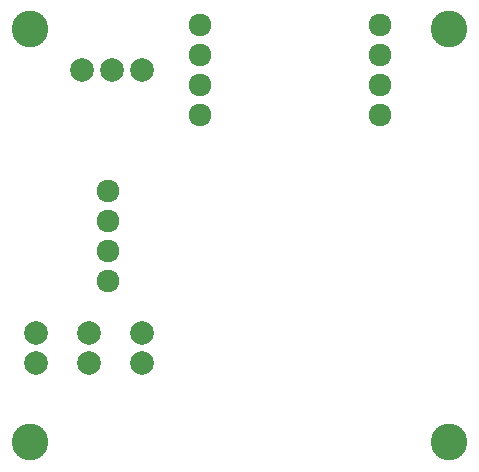
<source format=gbs>
G04 #@! TF.FileFunction,Soldermask,Bot*
%FSLAX46Y46*%
G04 Gerber Fmt 4.6, Leading zero omitted, Abs format (unit mm)*
G04 Created by KiCad (PCBNEW (2015-10-11 BZR 6260)-product) date 2015年11月29日日曜日 02:22:40*
%MOMM*%
G01*
G04 APERTURE LIST*
%ADD10C,0.100000*%
%ADD11C,2.000000*%
%ADD12C,1.924000*%
%ADD13C,3.100000*%
G04 APERTURE END LIST*
D10*
D11*
X132460000Y-91500000D03*
X135000000Y-91500000D03*
X137540000Y-91500000D03*
D12*
X134600000Y-109310000D03*
X134600000Y-106770000D03*
X134600000Y-104230000D03*
X134600000Y-101690000D03*
X142380000Y-87690000D03*
X142380000Y-90230000D03*
X142380000Y-92770000D03*
X142380000Y-95310000D03*
X157620000Y-95310000D03*
X157620000Y-92770000D03*
X157620000Y-90230000D03*
X157620000Y-87690000D03*
D11*
X133000000Y-116270000D03*
X133000000Y-113730000D03*
X137500000Y-116270000D03*
X137500000Y-113730000D03*
X128500000Y-116270000D03*
X128500000Y-113730000D03*
D13*
X128000000Y-88000000D03*
X163500000Y-88000000D03*
X163500000Y-123000000D03*
X128000000Y-123000000D03*
M02*

</source>
